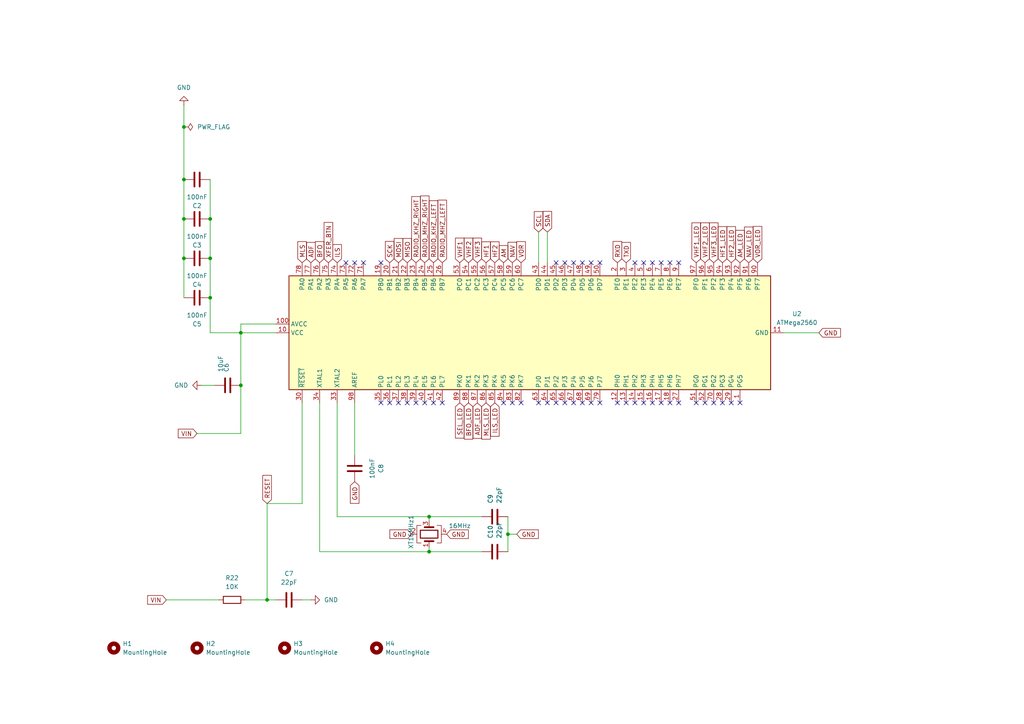
<source format=kicad_sch>
(kicad_sch (version 20231120) (generator "eeschema") (generator_version "8.0")
  (paper "A4")
  (lib_symbols
    (symbol "Device:C" (pin_numbers hide) (pin_names (offset 0.254))
      (property "Reference" "C" (at 0.635 2.54 0))
      (property "Value" "C" (at 0.635 -2.54 0))
      (symbol "C_0_1"
        (polyline (pts (xy -2.032 -0.762) (xy 2.032 -0.762)) (stroke (width 0.508)))
        (polyline (pts (xy -2.032 0.762) (xy 2.032 0.762)) (stroke (width 0.508)))
      )
      (symbol "C_1_1"
        (pin passive line (at 0 3.81 270) (length 2.794) (name "~") (number "1"))
        (pin passive line (at 0 -3.81 90) (length 2.794) (name "~") (number "2"))
      )
    )
    (symbol "Device:Crystal_GND24" (pin_names (offset 1.016) hide)
      (property "Reference" "Y" (at 3.175 5.08 0))
      (property "Value" "Crystal_GND24" (at 3.175 3.175 0))
      (symbol "Crystal_GND24_0_1"
        (rectangle (start -1.143 2.54) (end 1.143 -2.54) (stroke (width 0.3048)))
        (polyline (pts (xy -2.54 0) (xy -2.032 0)))
        (polyline (pts (xy -2.032 -1.27) (xy -2.032 1.27)) (stroke (width 0.508)))
        (polyline (pts (xy 0 -3.81) (xy 0 -3.556)))
        (polyline (pts (xy 0 3.556) (xy 0 3.81)))
        (polyline (pts (xy 2.032 -1.27) (xy 2.032 1.27)) (stroke (width 0.508)))
        (polyline (pts (xy 2.032 0) (xy 2.54 0)))
        (polyline (pts (xy -2.54 -2.286) (xy -2.54 -3.556) (xy 2.54 -3.556) (xy 2.54 -2.286)))
        (polyline (pts (xy -2.54 2.286) (xy -2.54 3.556) (xy 2.54 3.556) (xy 2.54 2.286)))
      )
      (symbol "Crystal_GND24_1_1"
        (pin passive line (at -3.81 0 0) (length 1.27) (name "1") (number "1"))
        (pin passive line (at 0 5.08 270) (length 1.27) (name "2") (number "2"))
        (pin passive line (at 3.81 0 180) (length 1.27) (name "3") (number "3"))
        (pin passive line (at 0 -5.08 90) (length 1.27) (name "4") (number "4"))
      )
    )
    (symbol "Device:R" (pin_numbers hide) (pin_names (offset 0))
      (property "Reference" "R" (at 2.032 0 90))
      (property "Value" "R" (at 0 0 90))
      (symbol "R_0_1"
        (rectangle (start -1.016 -2.54) (end 1.016 2.54) (stroke (width 0.254)))
      )
      (symbol "R_1_1"
        (pin passive line (at 0 3.81 270) (length 1.27) (name "~") (number "1"))
        (pin passive line (at 0 -3.81 90) (length 1.27) (name "~") (number "2"))
      )
    )
    (symbol "MCU_Microchip_ATmega:ATmega2560-16A"
      (property "Reference" "U" (at 0 1.27 0))
      (property "Value" "ATmega2560-16A" (at 0 -1.27 0))
      (symbol "ATmega2560-16A_0_1"
        (rectangle (start -16.51 -69.85) (end 16.51 69.85) (stroke (width 0.254)) (fill (type background)))
      )
      (symbol "ATmega2560-16A_1_1"
        (pin bidirectional line (at -20.32 -60.96 0) (length 3.81) (name "PG5") (number "1"))
        (pin power_in line (at 0 73.66 270) (length 3.81) (name "VCC") (number "10"))
        (pin power_in line (at 2.54 73.66 270) (length 3.81) (name "AVCC") (number "100"))
        (pin power_in line (at 0 -73.66 90) (length 3.81) (name "GND") (number "11"))
        (pin bidirectional line (at -20.32 -25.4 0) (length 3.81) (name "PH0") (number "12"))
        (pin bidirectional line (at -20.32 -27.94 0) (length 3.81) (name "PH1") (number "13"))
        (pin bidirectional line (at -20.32 -30.48 0) (length 3.81) (name "PH2") (number "14"))
        (pin bidirectional line (at -20.32 -33.02 0) (length 3.81) (name "PH3") (number "15"))
        (pin bidirectional line (at -20.32 -35.56 0) (length 3.81) (name "PH4") (number "16"))
        (pin bidirectional line (at -20.32 -38.1 0) (length 3.81) (name "PH5") (number "17"))
        (pin bidirectional line (at -20.32 -40.64 0) (length 3.81) (name "PH6") (number "18"))
        (pin bidirectional line (at 20.32 43.18 180) (length 3.81) (name "PB0") (number "19"))
        (pin bidirectional line (at 20.32 -25.4 180) (length 3.81) (name "PE0") (number "2"))
        (pin bidirectional line (at 20.32 40.64 180) (length 3.81) (name "PB1") (number "20"))
        (pin bidirectional line (at 20.32 38.1 180) (length 3.81) (name "PB2") (number "21"))
        (pin bidirectional line (at 20.32 35.56 180) (length 3.81) (name "PB3") (number "22"))
        (pin bidirectional line (at 20.32 33.02 180) (length 3.81) (name "PB4") (number "23"))
        (pin bidirectional line (at 20.32 30.48 180) (length 3.81) (name "PB5") (number "24"))
        (pin bidirectional line (at 20.32 27.94 180) (length 3.81) (name "PB6") (number "25"))
        (pin bidirectional line (at 20.32 25.4 180) (length 3.81) (name "PB7") (number "26"))
        (pin bidirectional line (at -20.32 -43.18 0) (length 3.81) (name "PH7") (number "27"))
        (pin bidirectional line (at -20.32 -55.88 0) (length 3.81) (name "PG3") (number "28"))
        (pin bidirectional line (at -20.32 -58.42 0) (length 3.81) (name "PG4") (number "29"))
        (pin bidirectional line (at 20.32 -27.94 180) (length 3.81) (name "PE1") (number "3"))
        (pin input line (at -20.32 66.04 0) (length 3.81) (name "~{RESET}") (number "30"))
        (pin passive line (at 0 73.66 270) (length 3.81) hide (name "VCC") (number "31"))
        (pin passive line (at 0 -73.66 90) (length 3.81) hide (name "GND") (number "32"))
        (pin output line (at -20.32 55.88 0) (length 3.81) (name "XTAL2") (number "33"))
        (pin input line (at -20.32 60.96 0) (length 3.81) (name "XTAL1") (number "34"))
        (pin bidirectional line (at -20.32 43.18 0) (length 3.81) (name "PL0") (number "35"))
        (pin bidirectional line (at -20.32 40.64 0) (length 3.81) (name "PL1") (number "36"))
        (pin bidirectional line (at -20.32 38.1 0) (length 3.81) (name "PL2") (number "37"))
        (pin bidirectional line (at -20.32 35.56 0) (length 3.81) (name "PL3") (number "38"))
        (pin bidirectional line (at -20.32 33.02 0) (length 3.81) (name "PL4") (number "39"))
        (pin bidirectional line (at 20.32 -30.48 180) (length 3.81) (name "PE2") (number "4"))
        (pin bidirectional line (at -20.32 30.48 0) (length 3.81) (name "PL5") (number "40"))
        (pin bidirectional line (at -20.32 27.94 0) (length 3.81) (name "PL6") (number "41"))
        (pin bidirectional line (at -20.32 25.4 0) (length 3.81) (name "PL7") (number "42"))
        (pin bidirectional line (at 20.32 -2.54 180) (length 3.81) (name "PD0") (number "43"))
        (pin bidirectional line (at 20.32 -5.08 180) (length 3.81) (name "PD1") (number "44"))
        (pin bidirectional line (at 20.32 -7.62 180) (length 3.81) (name "PD2") (number "45"))
        (pin bidirectional line (at 20.32 -10.16 180) (length 3.81) (name "PD3") (number "46"))
        (pin bidirectional line (at 20.32 -12.7 180) (length 3.81) (name "PD4") (number "47"))
        (pin bidirectional line (at 20.32 -15.24 180) (length 3.81) (name "PD5") (number "48"))
        (pin bidirectional line (at 20.32 -17.78 180) (length 3.81) (name "PD6") (number "49"))
        (pin bidirectional line (at 20.32 -33.02 180) (length 3.81) (name "PE3") (number "5"))
        (pin bidirectional line (at 20.32 -20.32 180) (length 3.81) (name "PD7") (number "50"))
        (pin bidirectional line (at -20.32 -48.26 0) (length 3.81) (name "PG0") (number "51"))
        (pin bidirectional line (at -20.32 -50.8 0) (length 3.81) (name "PG1") (number "52"))
        (pin bidirectional line (at 20.32 20.32 180) (length 3.81) (name "PC0") (number "53"))
        (pin bidirectional line (at 20.32 17.78 180) (length 3.81) (name "PC1") (number "54"))
        (pin bidirectional line (at 20.32 15.24 180) (length 3.81) (name "PC2") (number "55"))
        (pin bidirectional line (at 20.32 12.7 180) (length 3.81) (name "PC3") (number "56"))
        (pin bidirectional line (at 20.32 10.16 180) (length 3.81) (name "PC4") (number "57"))
        (pin bidirectional line (at 20.32 7.62 180) (length 3.81) (name "PC5") (number "58"))
        (pin bidirectional line (at 20.32 5.08 180) (length 3.81) (name "PC6") (number "59"))
        (pin bidirectional line (at 20.32 -35.56 180) (length 3.81) (name "PE4") (number "6"))
        (pin bidirectional line (at 20.32 2.54 180) (length 3.81) (name "PC7") (number "60"))
        (pin passive line (at 0 73.66 270) (length 3.81) hide (name "VCC") (number "61"))
        (pin passive line (at 0 -73.66 90) (length 3.81) hide (name "GND") (number "62"))
        (pin bidirectional line (at -20.32 -2.54 0) (length 3.81) (name "PJ0") (number "63"))
        (pin bidirectional line (at -20.32 -5.08 0) (length 3.81) (name "PJ1") (number "64"))
        (pin bidirectional line (at -20.32 -7.62 0) (length 3.81) (name "PJ2") (number "65"))
        (pin bidirectional line (at -20.32 -10.16 0) (length 3.81) (name "PJ3") (number "66"))
        (pin bidirectional line (at -20.32 -12.7 0) (length 3.81) (name "PJ4") (number "67"))
        (pin bidirectional line (at -20.32 -15.24 0) (length 3.81) (name "PJ5") (number "68"))
        (pin bidirectional line (at -20.32 -17.78 0) (length 3.81) (name "PJ6") (number "69"))
        (pin bidirectional line (at 20.32 -38.1 180) (length 3.81) (name "PE5") (number "7"))
        (pin bidirectional line (at -20.32 -53.34 0) (length 3.81) (name "PG2") (number "70"))
        (pin bidirectional line (at 20.32 48.26 180) (length 3.81) (name "PA7") (number "71"))
        (pin bidirectional line (at 20.32 50.8 180) (length 3.81) (name "PA6") (number "72"))
        (pin bidirectional line (at 20.32 53.34 180) (length 3.81) (name "PA5") (number "73"))
        (pin bidirectional line (at 20.32 55.88 180) (length 3.81) (name "PA4") (number "74"))
        (pin bidirectional line (at 20.32 58.42 180) (length 3.81) (name "PA3") (number "75"))
        (pin bidirectional line (at 20.32 60.96 180) (length 3.81) (name "PA2") (number "76"))
        (pin bidirectional line (at 20.32 63.5 180) (length 3.81) (name "PA1") (number "77"))
        (pin bidirectional line (at 20.32 66.04 180) (length 3.81) (name "PA0") (number "78"))
        (pin bidirectional line (at -20.32 -20.32 0) (length 3.81) (name "PJ7") (number "79"))
        (pin bidirectional line (at 20.32 -40.64 180) (length 3.81) (name "PE6") (number "8"))
        (pin passive line (at 0 73.66 270) (length 3.81) hide (name "VCC") (number "80"))
        (pin passive line (at 0 -73.66 90) (length 3.81) hide (name "GND") (number "81"))
        (pin bidirectional line (at -20.32 2.54 0) (length 3.81) (name "PK7") (number "82"))
        (pin bidirectional line (at -20.32 5.08 0) (length 3.81) (name "PK6") (number "83"))
        (pin bidirectional line (at -20.32 7.62 0) (length 3.81) (name "PK5") (number "84"))
        (pin bidirectional line (at -20.32 10.16 0) (length 3.81) (name "PK4") (number "85"))
        (pin bidirectional line (at -20.32 12.7 0) (length 3.81) (name "PK3") (number "86"))
        (pin bidirectional line (at -20.32 15.24 0) (length 3.81) (name "PK2") (number "87"))
        (pin bidirectional line (at -20.32 17.78 0) (length 3.81) (name "PK1") (number "88"))
        (pin bidirectional line (at -20.32 20.32 0) (length 3.81) (name "PK0") (number "89"))
        (pin bidirectional line (at 20.32 -43.18 180) (length 3.81) (name "PE7") (number "9"))
        (pin bidirectional line (at 20.32 -66.04 180) (length 3.81) (name "PF7") (number "90"))
        (pin bidirectional line (at 20.32 -63.5 180) (length 3.81) (name "PF6") (number "91"))
        (pin bidirectional line (at 20.32 -60.96 180) (length 3.81) (name "PF5") (number "92"))
        (pin bidirectional line (at 20.32 -58.42 180) (length 3.81) (name "PF4") (number "93"))
        (pin bidirectional line (at 20.32 -55.88 180) (length 3.81) (name "PF3") (number "94"))
        (pin bidirectional line (at 20.32 -53.34 180) (length 3.81) (name "PF2") (number "95"))
        (pin bidirectional line (at 20.32 -50.8 180) (length 3.81) (name "PF1") (number "96"))
        (pin bidirectional line (at 20.32 -48.26 180) (length 3.81) (name "PF0") (number "97"))
        (pin passive line (at -20.32 50.8 0) (length 3.81) (name "AREF") (number "98"))
        (pin passive line (at 0 -73.66 90) (length 3.81) hide (name "GND") (number "99"))
      )
    )
    (symbol "Mechanical:MountingHole" (pin_names (offset 1.016)) (exclude_from_sim yes) (in_bom no)
      (property "Reference" "H" (at 0 5.08 0))
      (property "Value" "MountingHole" (at 0 3.175 0))
      (symbol "MountingHole_0_1"
        (circle (center 0 0) (radius 1.27) (stroke (width 1.27)))
      )
    )
    (symbol "power:GND" (power) (pin_numbers hide) (pin_names (offset 0) hide)
      (property "Value" "GND" (at 0 -3.81 0))
      (symbol "GND_0_1"
        (polyline (pts (xy 0 0) (xy 0 -1.27) (xy 1.27 -1.27) (xy 0 -2.54) (xy -1.27 -1.27) (xy 0 -1.27)))
      )
      (symbol "GND_1_1"
        (pin power_in line (at 0 0 270) (length 0) (name "~") (number "1"))
      )
    )
    (symbol "power:PWR_FLAG" (power) (pin_numbers hide) (pin_names (offset 0) hide)
      (property "Value" "PWR_FLAG" (at 0 3.81 0))
      (symbol "PWR_FLAG_0_0"
        (pin power_out line (at 0 0 90) (length 0) (name "~") (number "1"))
      )
      (symbol "PWR_FLAG_0_1"
        (polyline (pts (xy 0 0) (xy 0 1.27) (xy -1.016 1.905) (xy 0 2.54) (xy 1.016 1.905) (xy 0 1.27)))
      )
    )
  )
  (junction (at 69.85 111.76))
  (junction (at 60.96 86.36))
  (junction (at 53.34 74.93))
  (junction (at 60.96 63.5))
  (junction (at 53.34 36.83))
  (junction (at 53.34 52.07))
  (junction (at 60.96 74.93))
  (junction (at 124.46 160.02))
  (junction (at 53.34 63.5))
  (junction (at 124.46 149.86))
  (junction (at 77.47 173.99))
  (junction (at 69.85 96.52))
  (junction (at 147.32 154.94))
  (no_connect (at 204.47 116.84))
  (no_connect (at 173.99 116.84))
  (no_connect (at 161.29 116.84))
  (no_connect (at 186.69 76.2))
  (no_connect (at 161.29 76.2))
  (no_connect (at 184.15 116.84))
  (no_connect (at 166.37 116.84))
  (no_connect (at 184.15 76.2))
  (no_connect (at 146.05 116.84))
  (no_connect (at 105.41 76.2))
  (no_connect (at 115.57 116.84))
  (no_connect (at 123.19 116.84))
  (no_connect (at 120.65 116.84))
  (no_connect (at 214.63 116.84))
  (no_connect (at 171.45 76.2))
  (no_connect (at 181.61 116.84))
  (no_connect (at 173.99 76.2))
  (no_connect (at 168.91 116.84))
  (no_connect (at 189.23 76.2))
  (no_connect (at 158.75 116.84))
  (no_connect (at 151.13 116.84))
  (no_connect (at 148.59 116.84))
  (no_connect (at 194.31 76.2))
  (no_connect (at 194.31 116.84))
  (no_connect (at 201.93 116.84))
  (no_connect (at 196.85 76.2))
  (no_connect (at 168.91 76.2))
  (no_connect (at 102.87 76.2))
  (no_connect (at 171.45 116.84))
  (no_connect (at 113.03 116.84))
  (no_connect (at 191.77 116.84))
  (no_connect (at 207.01 116.84))
  (no_connect (at 128.27 116.84))
  (no_connect (at 125.73 116.84))
  (no_connect (at 209.55 116.84))
  (no_connect (at 186.69 116.84))
  (no_connect (at 156.21 116.84))
  (no_connect (at 179.07 116.84))
  (no_connect (at 118.11 116.84))
  (no_connect (at 110.49 116.84))
  (no_connect (at 166.37 76.2))
  (no_connect (at 163.83 116.84))
  (no_connect (at 110.49 76.2))
  (no_connect (at 163.83 76.2))
  (no_connect (at 196.85 116.84))
  (no_connect (at 189.23 116.84))
  (no_connect (at 100.33 76.2))
  (no_connect (at 212.09 116.84))
  (no_connect (at 191.77 76.2))
  (wire (pts (xy 77.47 146.05) (xy 77.47 173.99)))
  (wire (pts (xy 124.46 151.13) (xy 124.46 149.86)))
  (wire (pts (xy 53.34 30.48) (xy 53.34 36.83)))
  (wire (pts (xy 147.32 154.94) (xy 149.86 154.94)))
  (wire (pts (xy 69.85 96.52) (xy 69.85 93.98)))
  (wire (pts (xy 69.85 96.52) (xy 69.85 111.76)))
  (wire (pts (xy 124.46 149.86) (xy 139.7 149.86)))
  (wire (pts (xy 58.42 111.76) (xy 62.23 111.76)))
  (wire (pts (xy 147.32 154.94) (xy 147.32 149.86)))
  (wire (pts (xy 53.34 63.5) (xy 53.34 74.93)))
  (wire (pts (xy 158.75 67.31) (xy 158.75 76.2)))
  (wire (pts (xy 102.87 116.84) (xy 102.87 132.08)))
  (wire (pts (xy 71.12 173.99) (xy 77.47 173.99)))
  (wire (pts (xy 92.71 160.02) (xy 124.46 160.02)))
  (wire (pts (xy 53.34 52.07) (xy 53.34 63.5)))
  (wire (pts (xy 97.79 149.86) (xy 124.46 149.86)))
  (wire (pts (xy 77.47 146.05) (xy 87.63 146.05)))
  (wire (pts (xy 60.96 74.93) (xy 60.96 86.36)))
  (wire (pts (xy 80.01 173.99) (xy 77.47 173.99)))
  (wire (pts (xy 48.26 173.99) (xy 63.5 173.99)))
  (wire (pts (xy 156.21 67.31) (xy 156.21 76.2)))
  (wire (pts (xy 69.85 125.73) (xy 57.15 125.73)))
  (wire (pts (xy 87.63 146.05) (xy 87.63 116.84)))
  (wire (pts (xy 53.34 74.93) (xy 53.34 86.36)))
  (wire (pts (xy 124.46 160.02) (xy 139.7 160.02)))
  (wire (pts (xy 53.34 36.83) (xy 53.34 52.07)))
  (wire (pts (xy 237.49 96.52) (xy 227.33 96.52)))
  (wire (pts (xy 124.46 158.75) (xy 124.46 160.02)))
  (wire (pts (xy 147.32 160.02) (xy 147.32 154.94)))
  (wire (pts (xy 69.85 96.52) (xy 80.01 96.52)))
  (wire (pts (xy 60.96 96.52) (xy 69.85 96.52)))
  (wire (pts (xy 60.96 86.36) (xy 60.96 96.52)))
  (wire (pts (xy 69.85 93.98) (xy 80.01 93.98)))
  (wire (pts (xy 69.85 111.76) (xy 69.85 125.73)))
  (wire (pts (xy 97.79 149.86) (xy 97.79 116.84)))
  (wire (pts (xy 60.96 63.5) (xy 60.96 74.93)))
  (wire (pts (xy 60.96 52.07) (xy 60.96 63.5)))
  (wire (pts (xy 90.17 173.99) (xy 87.63 173.99)))
  (wire (pts (xy 92.71 160.02) (xy 92.71 116.84)))
  (global_label "RESET" (shape input) (at 77.47 146.05 90) (property "Intersheetrefs" "${INTERSHEET_REFS}" (effects (hide yes))))
  (global_label "XFER_BTN" (shape input) (at 95.25 76.2 90) (property "Intersheetrefs" "${INTERSHEET_REFS}" (effects (hide yes))))
  (global_label "VOR_LED" (shape input) (at 219.71 76.2 90) (property "Intersheetrefs" "${INTERSHEET_REFS}" (effects (hide yes))))
  (global_label "VIN" (shape input) (at 57.15 125.73 180) (property "Intersheetrefs" "${INTERSHEET_REFS}" (effects (hide yes))))
  (global_label "MISO" (shape input) (at 118.11 76.2 90) (property "Intersheetrefs" "${INTERSHEET_REFS}" (effects (hide yes))))
  (global_label "VHF3" (shape input) (at 138.43 76.2 90) (property "Intersheetrefs" "${INTERSHEET_REFS}" (effects (hide yes))))
  (global_label "GND" (shape input) (at 237.49 96.52 0) (property "Intersheetrefs" "${INTERSHEET_REFS}" (effects (hide yes))))
  (global_label "ILS" (shape input) (at 97.79 76.2 90) (property "Intersheetrefs" "${INTERSHEET_REFS}" (effects (hide yes))))
  (global_label "VHF1" (shape input) (at 133.35 76.2 90) (property "Intersheetrefs" "${INTERSHEET_REFS}" (effects (hide yes))))
  (global_label "BFO_LED" (shape input) (at 135.89 116.84 270) (property "Intersheetrefs" "${INTERSHEET_REFS}" (effects (hide yes))))
  (global_label "AM" (shape input) (at 146.05 76.2 90) (property "Intersheetrefs" "${INTERSHEET_REFS}" (effects (hide yes))))
  (global_label "VIN" (shape input) (at 48.26 173.99 180) (property "Intersheetrefs" "${INTERSHEET_REFS}" (effects (hide yes))))
  (global_label "HF1_LED" (shape input) (at 209.55 76.2 90) (property "Intersheetrefs" "${INTERSHEET_REFS}" (effects (hide yes))))
  (global_label "SCL" (shape input) (at 156.21 67.31 90) (property "Intersheetrefs" "${INTERSHEET_REFS}" (effects (hide yes))))
  (global_label "AM_LED" (shape input) (at 214.63 76.2 90) (property "Intersheetrefs" "${INTERSHEET_REFS}" (effects (hide yes))))
  (global_label "HF2" (shape input) (at 143.51 76.2 90) (property "Intersheetrefs" "${INTERSHEET_REFS}" (effects (hide yes))))
  (global_label "MLS_LED" (shape input) (at 140.97 116.84 270) (property "Intersheetrefs" "${INTERSHEET_REFS}" (effects (hide yes))))
  (global_label "VHF3_LED" (shape input) (at 207.01 76.2 90) (property "Intersheetrefs" "${INTERSHEET_REFS}" (effects (hide yes))))
  (global_label "TXD" (shape input) (at 181.61 76.2 90) (property "Intersheetrefs" "${INTERSHEET_REFS}" (effects (hide yes))))
  (global_label "MLS" (shape input) (at 87.63 76.2 90) (property "Intersheetrefs" "${INTERSHEET_REFS}" (effects (hide yes))))
  (global_label "GND" (shape input) (at 149.86 154.94 0) (property "Intersheetrefs" "${INTERSHEET_REFS}" (effects (hide yes))))
  (global_label "ILS_LED" (shape input) (at 143.51 116.84 270) (property "Intersheetrefs" "${INTERSHEET_REFS}" (effects (hide yes))))
  (global_label "GND" (shape input) (at 102.87 139.7 270) (property "Intersheetrefs" "${INTERSHEET_REFS}" (effects (hide yes))))
  (global_label "VOR" (shape input) (at 151.13 76.2 90) (property "Intersheetrefs" "${INTERSHEET_REFS}" (effects (hide yes))))
  (global_label "NAV" (shape input) (at 148.59 76.2 90) (property "Intersheetrefs" "${INTERSHEET_REFS}" (effects (hide yes))))
  (global_label "RADIO_MHZ_LEFT" (shape input) (at 128.27 76.2 90) (property "Intersheetrefs" "${INTERSHEET_REFS}" (effects (hide yes))))
  (global_label "ADF_LED" (shape input) (at 138.43 116.84 270) (property "Intersheetrefs" "${INTERSHEET_REFS}" (effects (hide yes))))
  (global_label "GND" (shape input) (at 119.38 154.94 180) (property "Intersheetrefs" "${INTERSHEET_REFS}" (effects (hide yes))))
  (global_label "BFO" (shape input) (at 92.71 76.2 90) (property "Intersheetrefs" "${INTERSHEET_REFS}" (effects (hide yes))))
  (global_label "VHF2_LED" (shape input) (at 204.47 76.2 90) (property "Intersheetrefs" "${INTERSHEET_REFS}" (effects (hide yes))))
  (global_label "RADIO_KHZ_RIGHT" (shape input) (at 120.65 76.2 90) (property "Intersheetrefs" "${INTERSHEET_REFS}" (effects (hide yes))))
  (global_label "NAV_LED" (shape input) (at 217.17 76.2 90) (property "Intersheetrefs" "${INTERSHEET_REFS}" (effects (hide yes))))
  (global_label "HF1" (shape input) (at 140.97 76.2 90) (property "Intersheetrefs" "${INTERSHEET_REFS}" (effects (hide yes))))
  (global_label "VHF2" (shape input) (at 135.89 76.2 90) (property "Intersheetrefs" "${INTERSHEET_REFS}" (effects (hide yes))))
  (global_label "SEL_LED" (shape input) (at 133.35 116.84 270) (property "Intersheetrefs" "${INTERSHEET_REFS}" (effects (hide yes))))
  (global_label "SCK" (shape input) (at 113.03 76.2 90) (property "Intersheetrefs" "${INTERSHEET_REFS}" (effects (hide yes))))
  (global_label "VHF1_LED" (shape input) (at 201.93 76.2 90) (property "Intersheetrefs" "${INTERSHEET_REFS}" (effects (hide yes))))
  (global_label "SDA" (shape input) (at 158.75 67.31 90) (property "Intersheetrefs" "${INTERSHEET_REFS}" (effects (hide yes))))
  (global_label "ADF" (shape input) (at 90.17 76.2 90) (property "Intersheetrefs" "${INTERSHEET_REFS}" (effects (hide yes))))
  (global_label "RADIO_MHZ_RIGHT" (shape input) (at 123.19 76.2 90) (property "Intersheetrefs" "${INTERSHEET_REFS}" (effects (hide yes))))
  (global_label "HF2_LED" (shape input) (at 212.09 76.2 90) (property "Intersheetrefs" "${INTERSHEET_REFS}" (effects (hide yes))))
  (global_label "RXD" (shape input) (at 179.07 76.2 90) (property "Intersheetrefs" "${INTERSHEET_REFS}" (effects (hide yes))))
  (global_label "MOSI" (shape input) (at 115.57 76.2 90) (property "Intersheetrefs" "${INTERSHEET_REFS}" (effects (hide yes))))
  (global_label "GND" (shape input) (at 129.54 154.94 0) (property "Intersheetrefs" "${INTERSHEET_REFS}" (effects (hide yes))))
  (global_label "RADIO_KHZ_LEFT" (shape input) (at 125.73 76.2 90) (property "Intersheetrefs" "${INTERSHEET_REFS}" (effects (hide yes))))
  (symbol (lib_id "power:GND") (at 90.17 173.99 90) (unit 1)
    (property "Reference" "#PWR03" (effects (hide yes)))
    (property "Value" "GND" (at 93.98 173.9899 90) (effects (justify right)))
    (property "Description" "Power symbol creates a global label with name \"GND\" , ground" (effects (hide yes)))
  )
  (symbol (lib_id "Mechanical:MountingHole") (at 33.02 187.96 0) (unit 1) (exclude_from_sim yes) (in_bom no)
    (property "Reference" "H1" (at 35.56 186.6899 0) (effects (justify left)))
    (property "Value" "MountingHole" (at 35.56 189.2299 0) (effects (justify left)))
    (property "Footprint" "MountingHole:MountingHole_3.2mm_M3" (effects (hide yes)))
    (property "Description" "Mounting Hole without connection" (effects (hide yes)))
  )
  (symbol (lib_id "Device:R") (at 67.31 173.99 90) (unit 1)
    (property "Reference" "R22" (at 67.31 167.64 90))
    (property "Value" "10K" (at 67.31 170.18 90))
    (property "Footprint" "Resistor_SMD:R_1206_3216Metric_Pad1.30x1.75mm_HandSolder" (effects (hide yes)))
    (property "Description" "Resistor" (effects (hide yes)))
  )
  (symbol (lib_id "Device:C") (at 143.51 149.86 90) (unit 1)
    (property "Reference" "C9" (at 142.2399 146.05 0) (effects (justify left)))
    (property "Value" "22pF" (at 144.7799 146.05 0) (effects (justify left)))
    (property "Footprint" "Capacitor_SMD:C_1206_3216Metric_Pad1.33x1.80mm_HandSolder" (effects (hide yes)))
    (property "Description" "Unpolarized capacitor" (effects (hide yes)))
  )
  (symbol (lib_id "Device:C") (at 66.04 111.76 270) (unit 1)
    (property "Reference" "C6" (at 65.6589 107.95 0) (effects (justify right)))
    (property "Value" "10uF" (at 64.008 107.95 0) (effects (justify right)))
    (property "Footprint" "Capacitor_SMD:C_1206_3216Metric_Pad1.33x1.80mm_HandSolder" (effects (hide yes)))
    (property "Description" "Unpolarized capacitor" (effects (hide yes)))
  )
  (symbol (lib_id "Device:C") (at 102.87 135.89 0) (unit 1)
    (property "Reference" "C8" (at 110.49 135.89 90))
    (property "Value" "100nF" (at 107.95 135.89 90))
    (property "Footprint" "Capacitor_SMD:C_1206_3216Metric_Pad1.33x1.80mm_HandSolder" (effects (hide yes)))
    (property "Description" "Unpolarized capacitor" (effects (hide yes)))
  )
  (symbol (lib_id "Mechanical:MountingHole") (at 57.15 187.96 0) (unit 1) (exclude_from_sim yes) (in_bom no)
    (property "Reference" "H2" (at 59.69 186.6899 0) (effects (justify left)))
    (property "Value" "MountingHole" (at 59.69 189.2299 0) (effects (justify left)))
    (property "Footprint" "MountingHole:MountingHole_3.2mm_M3" (effects (hide yes)))
    (property "Description" "Mounting Hole without connection" (effects (hide yes)))
  )
  (symbol (lib_id "Device:C") (at 83.82 173.99 90) (unit 1)
    (property "Reference" "C7" (at 83.82 166.37 90))
    (property "Value" "22pF" (at 83.82 168.91 90))
    (property "Footprint" "Capacitor_SMD:C_1206_3216Metric_Pad1.33x1.80mm_HandSolder" (effects (hide yes)))
    (property "Description" "Unpolarized capacitor" (effects (hide yes)))
  )
  (symbol (lib_id "Device:C") (at 57.15 74.93 270) (unit 1)
    (property "Reference" "C4" (at 57.15 82.55 90))
    (property "Value" "100nF" (at 57.15 80.01 90))
    (property "Footprint" "Capacitor_SMD:C_1206_3216Metric_Pad1.33x1.80mm_HandSolder" (effects (hide yes)))
    (property "Description" "Unpolarized capacitor" (effects (hide yes)))
  )
  (symbol (lib_id "power:GND") (at 58.42 111.76 270) (unit 1)
    (property "Reference" "#PWR02" (effects (hide yes)))
    (property "Value" "GND" (at 54.61 111.7599 90) (effects (justify right)))
    (property "Description" "Power symbol creates a global label with name \"GND\" , ground" (effects (hide yes)))
  )
  (symbol (lib_id "Mechanical:MountingHole") (at 109.22 187.96 0) (unit 1) (exclude_from_sim yes) (in_bom no)
    (property "Reference" "H4" (at 111.76 186.6899 0) (effects (justify left)))
    (property "Value" "MountingHole" (at 111.76 189.2299 0) (effects (justify left)))
    (property "Footprint" "MountingHole:MountingHole_3.2mm_M3" (effects (hide yes)))
    (property "Description" "Mounting Hole without connection" (effects (hide yes)))
  )
  (symbol (lib_id "Device:C") (at 57.15 86.36 270) (unit 1)
    (property "Reference" "C5" (at 57.15 93.98 90))
    (property "Value" "100nF" (at 57.15 91.44 90))
    (property "Footprint" "Capacitor_SMD:C_1206_3216Metric_Pad1.33x1.80mm_HandSolder" (effects (hide yes)))
    (property "Description" "Unpolarized capacitor" (effects (hide yes)))
  )
  (symbol (lib_id "MCU_Microchip_ATmega:ATmega2560-16A") (at 153.67 96.52 90) (unit 1)
    (property "Reference" "U2" (at 231.14 91.0238 90))
    (property "Value" "ATMega2560" (at 231.14 93.5638 90))
    (property "Footprint" "SFLibrary:TQFP100-0.5-14X14MM" (effects (hide yes)))
    (property "Datasheet" "http://ww1.microchip.com/downloads/en/DeviceDoc/Atmel-2549-8-bit-AVR-Microcontroller-ATmega640-1280-1281-2560-2561_datasheet.pdf" (effects (hide yes)))
    (property "Description" "16MHz, 256kB Flash, 8kB SRAM, 4kB EEPROM, JTAG, TQFP-100" (effects (hide yes)))
  )
  (symbol (lib_id "Device:C") (at 57.15 52.07 270) (unit 1)
    (property "Reference" "C2" (at 57.15 59.69 90))
    (property "Value" "100nF" (at 57.15 57.15 90))
    (property "Footprint" "Capacitor_SMD:C_1206_3216Metric_Pad1.33x1.80mm_HandSolder" (effects (hide yes)))
    (property "Description" "Unpolarized capacitor" (effects (hide yes)))
  )
  (symbol (lib_id "Device:C") (at 57.15 63.5 270) (unit 1)
    (property "Reference" "C3" (at 57.15 71.12 90))
    (property "Value" "100nF" (at 57.15 68.58 90))
    (property "Footprint" "Capacitor_SMD:C_1206_3216Metric_Pad1.33x1.80mm_HandSolder" (effects (hide yes)))
    (property "Description" "Unpolarized capacitor" (effects (hide yes)))
  )
  (symbol (lib_id "power:PWR_FLAG") (at 53.34 36.83 270) (unit 1)
    (property "Reference" "#FLG03" (effects (hide yes)))
    (property "Value" "PWR_FLAG" (at 57.15 36.8299 90) (effects (justify left)))
    (property "Description" "Special symbol for telling ERC where power comes from" (effects (hide yes)))
  )
  (symbol (lib_id "Device:C") (at 143.51 160.02 90) (unit 1)
    (property "Reference" "C10" (at 142.2399 156.21 0) (effects (justify left)))
    (property "Value" "22pF" (at 144.7799 156.21 0) (effects (justify left)))
    (property "Footprint" "Capacitor_SMD:C_1206_3216Metric_Pad1.33x1.80mm_HandSolder" (effects (hide yes)))
    (property "Description" "Unpolarized capacitor" (effects (hide yes)))
  )
  (symbol (lib_id "Device:Crystal_GND24") (at 124.46 154.94 90) (unit 1)
    (property "Reference" "XT16MHz1" (at 119.21 154.315 0))
    (property "Value" "16MHz" (at 133.35 152.5268 90))
    (property "Footprint" "Crystal:Crystal_SMD_EuroQuartz_MJ-4Pin_5.0x3.2mm_HandSoldering" (effects (hide yes)))
    (property "Description" "Four pin crystal, GND on pins 2 and 4" (effects (hide yes)))
  )
  (symbol (lib_id "Mechanical:MountingHole") (at 82.55 187.96 0) (unit 1) (exclude_from_sim yes) (in_bom no)
    (property "Reference" "H3" (at 85.09 186.6899 0) (effects (justify left)))
    (property "Value" "MountingHole" (at 85.09 189.2299 0) (effects (justify left)))
    (property "Footprint" "MountingHole:MountingHole_3.2mm_M3" (effects (hide yes)))
    (property "Description" "Mounting Hole without connection" (effects (hide yes)))
  )
  (symbol (lib_id "power:GND") (at 53.34 30.48 180) (unit 1)
    (property "Reference" "#PWR01" (effects (hide yes)))
    (property "Value" "GND" (at 53.34 25.4 0))
    (property "Description" "Power symbol creates a global label with name \"GND\" , ground" (effects (hide yes)))
  )
  (sheet (at -1.27 226.06) (size 298.45 193.04) (stroke (width 0.1524))
    (property "Sheetname" "I2C_Multiplexers" (at -1.27 225.3484 0) (effects (justify left bottom)))
    (property "Sheetfile" "i2c_multiplexers.kicad_sch" (at -1.27 419.6846 0) (effects (justify left top)))
  )
  (sheet (at 598.17 229.87) (size 260.35 187.96) (stroke (width 0.1524))
    (property "Sheetname" "Power Components" (at 598.17 229.1584 0) (effects (justify left bottom)))
    (property "Sheetfile" "powerconn.kicad_sch" (at 598.17 418.4146 0) (effects (justify left top)))
  )
  (sheet (at 303.53 0) (size 280.67 208.28) (stroke (width 0.1524))
    (property "Sheetname" "Components" (at 303.53 -0.7116 0) (effects (justify left bottom)))
    (property "Sheetfile" "components.kicad_sch" (at 303.53 208.8646 0) (effects (justify left top)))
  )
  (sheet (at 596.9 0) (size 261.62 207.01) (stroke (width 0.1524))
    (property "Sheetname" "Leds Sheet" (at 596.9 -0.7116 0) (effects (justify left bottom)))
    (property "Sheetfile" "leds.kicad_sch" (at 596.9 207.5946 0) (effects (justify left top)))
  )
)
</source>
